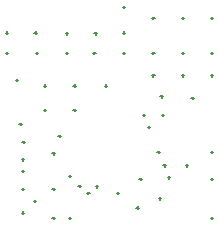
<source format=gbr>
%TF.GenerationSoftware,Altium Limited,Altium Designer,22.1.2 (22)*%
G04 Layer_Color=128*
%FSLAX26Y26*%
%MOIN*%
%TF.SameCoordinates,4CB55538-D73B-4A6B-AD5D-0D58206D9AAC*%
%TF.FilePolarity,Positive*%
%TF.FileFunction,Drillmap*%
%TF.Part,Single*%
G01*
G75*
%TA.AperFunction,NonConductor*%
%ADD64C,0.005000*%
D64*
X-48937Y1375000D02*
X-41063D01*
X-45000Y1371063D02*
Y1378937D01*
X-143937Y1375000D02*
X-136063D01*
X-140000Y1371063D02*
Y1378937D01*
X-311036Y1220489D02*
X-303163D01*
X-307099Y1216552D02*
Y1224426D01*
X-290551Y954724D02*
X-282677D01*
X-286614Y950787D02*
Y958661D01*
X-289252Y1013779D02*
X-281378D01*
X-285315Y1009842D02*
Y1017716D01*
X-251181Y816929D02*
X-243307D01*
X-247244Y812992D02*
Y820866D01*
X255118Y935039D02*
X262992D01*
X259055Y931102D02*
Y938976D01*
X-133937Y760630D02*
X-126063D01*
X-130000Y756693D02*
Y764567D01*
X338583Y760630D02*
X346457D01*
X342520Y756693D02*
Y764567D01*
X338583Y890000D02*
X346457D01*
X342520Y886063D02*
Y893937D01*
X338583Y980000D02*
X346457D01*
X342520Y976063D02*
Y983937D01*
X-188937Y760630D02*
X-181063D01*
X-185000Y756693D02*
Y764567D01*
X-290551Y777559D02*
X-282677D01*
X-286614Y773622D02*
Y781496D01*
X-290551Y856299D02*
X-282677D01*
X-286614Y852362D02*
Y860236D01*
X-188937Y856299D02*
X-181063D01*
X-185000Y852362D02*
Y860236D01*
X-188937Y975000D02*
X-181063D01*
X-185000Y971063D02*
Y978937D01*
X196063Y895000D02*
X203937D01*
X200000Y891063D02*
Y898937D01*
X181063Y935000D02*
X188937D01*
X185000Y931063D02*
Y938937D01*
X161063Y980000D02*
X168937D01*
X165000Y976063D02*
Y983937D01*
X166063Y825000D02*
X173937D01*
X170000Y821063D02*
Y828937D01*
X101063Y890000D02*
X108937D01*
X105000Y886063D02*
Y893937D01*
X91063Y794488D02*
X98937D01*
X95000Y790551D02*
Y798425D01*
X-43937Y865000D02*
X-36063D01*
X-40000Y861063D02*
Y868937D01*
X-133937Y900000D02*
X-126063D01*
X-130000Y896063D02*
Y903937D01*
X-168937Y1033465D02*
X-161063D01*
X-165000Y1029528D02*
Y1037402D01*
X274409Y1160000D02*
X282284D01*
X278346Y1156063D02*
Y1163937D01*
X171063Y1165000D02*
X178937D01*
X175000Y1161063D02*
Y1168937D01*
X338583Y1235000D02*
X346457D01*
X342520Y1231063D02*
Y1238937D01*
X338583Y1427165D02*
X346457D01*
X342520Y1423228D02*
Y1431102D01*
X338583Y1309055D02*
X346457D01*
X342520Y1305118D02*
Y1312992D01*
X45276Y1462756D02*
X53150D01*
X49213Y1458819D02*
Y1466693D01*
X45276Y1377953D02*
X53150D01*
X49213Y1374016D02*
Y1381890D01*
X45276Y1309055D02*
X53150D01*
X49213Y1305118D02*
Y1312992D01*
X242126Y1309055D02*
X250000D01*
X246063Y1305118D02*
Y1312992D01*
X242126Y1427165D02*
X250000D01*
X246063Y1423228D02*
Y1431102D01*
X143701Y1427165D02*
X151575D01*
X147638Y1423228D02*
Y1431102D01*
X143701Y1309055D02*
X151575D01*
X147638Y1305118D02*
Y1312992D01*
X143701Y1235000D02*
X151575D01*
X147638Y1231063D02*
Y1238937D01*
X242126Y1235000D02*
X250000D01*
X246063Y1231063D02*
Y1238937D01*
X175984Y1102362D02*
X183858D01*
X179921Y1098425D02*
Y1106299D01*
X111417Y1102362D02*
X119291D01*
X115354Y1098425D02*
Y1106299D01*
X-53150Y1309055D02*
X-45276D01*
X-49213Y1305118D02*
Y1312992D01*
X-13780Y1200787D02*
X-5906D01*
X-9842Y1196850D02*
Y1204724D01*
X-119291Y1120000D02*
X-111417D01*
X-115354Y1116063D02*
Y1123937D01*
X-217716Y1120000D02*
X-209843D01*
X-213780Y1116063D02*
Y1123937D01*
X-248937Y1377953D02*
X-241063D01*
X-245000Y1374016D02*
Y1381890D01*
X-343937Y1377953D02*
X-336063D01*
X-340000Y1374016D02*
Y1381890D01*
X-143937Y1309055D02*
X-136063D01*
X-140000Y1305118D02*
Y1312992D01*
X-243937Y1309055D02*
X-236063D01*
X-240000Y1305118D02*
Y1312992D01*
X-343937Y1309055D02*
X-336063D01*
X-340000Y1305118D02*
Y1312992D01*
X-217716Y1200787D02*
X-209843D01*
X-213780Y1196850D02*
Y1204724D01*
X-119291Y1200787D02*
X-111417D01*
X-115354Y1196850D02*
Y1204724D01*
X-72835Y842520D02*
X-64961D01*
X-68898Y838583D02*
Y846457D01*
X-102362Y866142D02*
X-94488D01*
X-98425Y862205D02*
Y870079D01*
X-299213Y1072835D02*
X-291339D01*
X-295276Y1068898D02*
Y1076772D01*
X-290551Y915354D02*
X-282677D01*
X-286614Y911417D02*
Y919291D01*
X129921Y1062992D02*
X137795D01*
X133858Y1059055D02*
Y1066929D01*
X25591Y842520D02*
X33465D01*
X29528Y838583D02*
Y846457D01*
%TF.MD5,beb6ea4bb476c4d59030665395efc6bd*%
M02*

</source>
